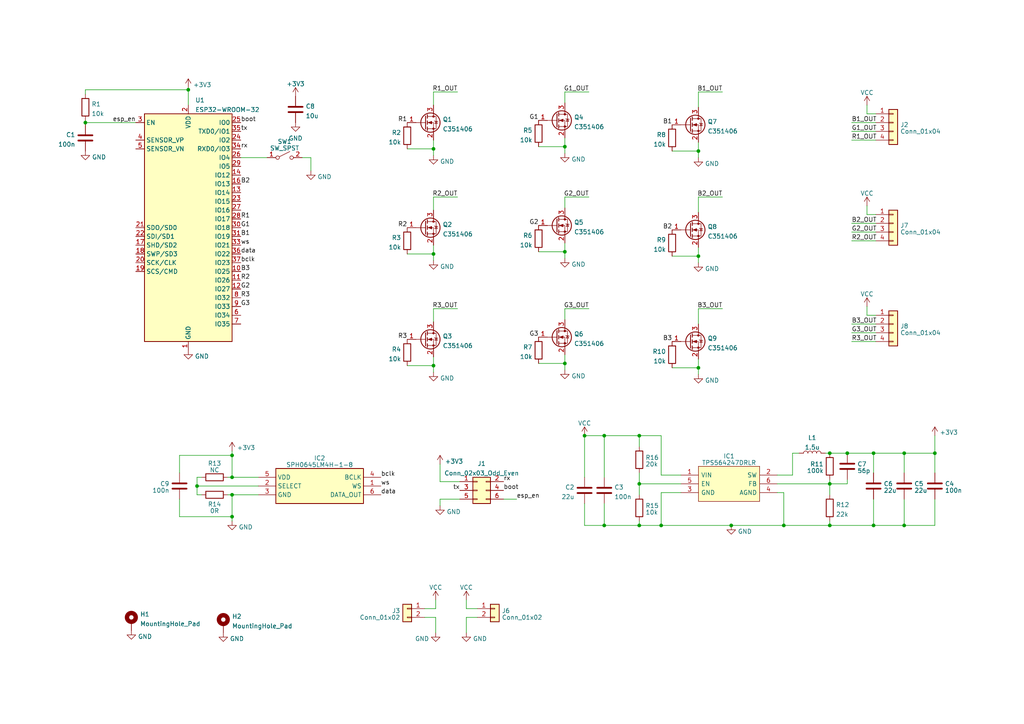
<source format=kicad_sch>
(kicad_sch (version 20230121) (generator eeschema)
  (paper "A4")
  (lib_symbols
    (symbol "Connector_Generic:Conn_01x02" (pin_names (offset 1.016) hide)
      (property "Reference" "J" (at 0 2.54 0))
      (property "Value" "Conn_01x02" (at 0 -5.08 0))
      (symbol "Conn_01x02_1_1"
        (rectangle (start -1.27 -2.413) (end 0 -2.667) (stroke (width 0.1524)))
        (rectangle (start -1.27 0.127) (end 0 -0.127) (stroke (width 0.1524)))
        (rectangle (start -1.27 1.27) (end 1.27 -3.81) (stroke (width 0.254)) (fill (type background)))
        (pin passive line (at -5.08 0 0) (length 3.81) (name "Pin_1") (number "1"))
        (pin passive line (at -5.08 -2.54 0) (length 3.81) (name "Pin_2") (number "2"))
      )
    )
    (symbol "Connector_Generic:Conn_01x04" (pin_names (offset 1.016) hide)
      (property "Reference" "J" (at 0 5.08 0))
      (property "Value" "Conn_01x04" (at 0 -7.62 0))
      (symbol "Conn_01x04_1_1"
        (rectangle (start -1.27 -4.953) (end 0 -5.207) (stroke (width 0.1524)))
        (rectangle (start -1.27 -2.413) (end 0 -2.667) (stroke (width 0.1524)))
        (rectangle (start -1.27 0.127) (end 0 -0.127) (stroke (width 0.1524)))
        (rectangle (start -1.27 2.667) (end 0 2.413) (stroke (width 0.1524)))
        (rectangle (start -1.27 3.81) (end 1.27 -6.35) (stroke (width 0.254)) (fill (type background)))
        (pin passive line (at -5.08 2.54 0) (length 3.81) (name "Pin_1") (number "1"))
        (pin passive line (at -5.08 0 0) (length 3.81) (name "Pin_2") (number "2"))
        (pin passive line (at -5.08 -2.54 0) (length 3.81) (name "Pin_3") (number "3"))
        (pin passive line (at -5.08 -5.08 0) (length 3.81) (name "Pin_4") (number "4"))
      )
    )
    (symbol "Connector_Generic:Conn_02x03_Odd_Even" (pin_names (offset 1.016) hide)
      (property "Reference" "J" (at 1.27 5.08 0))
      (property "Value" "Conn_02x03_Odd_Even" (at 1.27 -5.08 0))
      (symbol "Conn_02x03_Odd_Even_1_1"
        (rectangle (start -1.27 -2.413) (end 0 -2.667) (stroke (width 0.1524)))
        (rectangle (start -1.27 0.127) (end 0 -0.127) (stroke (width 0.1524)))
        (rectangle (start -1.27 2.667) (end 0 2.413) (stroke (width 0.1524)))
        (rectangle (start -1.27 3.81) (end 3.81 -3.81) (stroke (width 0.254)) (fill (type background)))
        (rectangle (start 3.81 -2.413) (end 2.54 -2.667) (stroke (width 0.1524)))
        (rectangle (start 3.81 0.127) (end 2.54 -0.127) (stroke (width 0.1524)))
        (rectangle (start 3.81 2.667) (end 2.54 2.413) (stroke (width 0.1524)))
        (pin passive line (at -5.08 2.54 0) (length 3.81) (name "Pin_1") (number "1"))
        (pin passive line (at 7.62 2.54 180) (length 3.81) (name "Pin_2") (number "2"))
        (pin passive line (at -5.08 0 0) (length 3.81) (name "Pin_3") (number "3"))
        (pin passive line (at 7.62 0 180) (length 3.81) (name "Pin_4") (number "4"))
        (pin passive line (at -5.08 -2.54 0) (length 3.81) (name "Pin_5") (number "5"))
        (pin passive line (at 7.62 -2.54 180) (length 3.81) (name "Pin_6") (number "6"))
      )
    )
    (symbol "Device:C" (pin_numbers hide) (pin_names (offset 0.254))
      (property "Reference" "C" (at 0.635 2.54 0))
      (property "Value" "C" (at 0.635 -2.54 0))
      (symbol "C_0_1"
        (polyline (pts (xy -2.032 -0.762) (xy 2.032 -0.762)) (stroke (width 0.508)))
        (polyline (pts (xy -2.032 0.762) (xy 2.032 0.762)) (stroke (width 0.508)))
      )
      (symbol "C_1_1"
        (pin passive line (at 0 3.81 270) (length 2.794) (name "~") (number "1"))
        (pin passive line (at 0 -3.81 90) (length 2.794) (name "~") (number "2"))
      )
    )
    (symbol "Device:L" (pin_numbers hide) (pin_names (offset 1.016) hide)
      (property "Reference" "L" (at -1.27 0 90))
      (property "Value" "L" (at 1.905 0 90))
      (symbol "L_0_1"
        (arc (start 0 -2.54) (mid 0.6323 -1.905) (end 0 -1.27))
        (arc (start 0 -1.27) (mid 0.6323 -0.635) (end 0 0))
        (arc (start 0 0) (mid 0.6323 0.635) (end 0 1.27))
        (arc (start 0 1.27) (mid 0.6323 1.905) (end 0 2.54))
      )
      (symbol "L_1_1"
        (pin passive line (at 0 3.81 270) (length 1.27) (name "1") (number "1"))
        (pin passive line (at 0 -3.81 90) (length 1.27) (name "2") (number "2"))
      )
    )
    (symbol "Device:Q_NMOS_GSD" (pin_names (offset 0) hide)
      (property "Reference" "Q" (at 5.08 1.27 0))
      (property "Value" "Q_NMOS_GSD" (at 5.08 -1.27 0))
      (symbol "Q_NMOS_GSD_0_1"
        (polyline (pts (xy 0.254 0) (xy -2.54 0)))
        (polyline (pts (xy 0.254 1.905) (xy 0.254 -1.905)) (stroke (width 0.254)))
        (polyline (pts (xy 0.762 -1.27) (xy 0.762 -2.286)) (stroke (width 0.254)))
        (polyline (pts (xy 0.762 0.508) (xy 0.762 -0.508)) (stroke (width 0.254)))
        (polyline (pts (xy 0.762 2.286) (xy 0.762 1.27)) (stroke (width 0.254)))
        (polyline (pts (xy 2.54 2.54) (xy 2.54 1.778)))
        (polyline (pts (xy 2.54 -2.54) (xy 2.54 0) (xy 0.762 0)))
        (polyline (pts (xy 0.762 -1.778) (xy 3.302 -1.778) (xy 3.302 1.778) (xy 0.762 1.778)))
        (polyline (pts (xy 1.016 0) (xy 2.032 0.381) (xy 2.032 -0.381) (xy 1.016 0)) (fill (type outline)))
        (polyline (pts (xy 2.794 0.508) (xy 2.921 0.381) (xy 3.683 0.381) (xy 3.81 0.254)))
        (polyline (pts (xy 3.302 0.381) (xy 2.921 -0.254) (xy 3.683 -0.254) (xy 3.302 0.381)))
        (circle (center 1.651 0) (radius 2.794) (stroke (width 0.254)))
        (circle (center 2.54 -1.778) (radius 0.254) (fill (type outline)))
        (circle (center 2.54 1.778) (radius 0.254) (fill (type outline)))
      )
      (symbol "Q_NMOS_GSD_1_1"
        (pin input line (at -5.08 0 0) (length 2.54) (name "G") (number "1"))
        (pin passive line (at 2.54 -5.08 90) (length 2.54) (name "S") (number "2"))
        (pin passive line (at 2.54 5.08 270) (length 2.54) (name "D") (number "3"))
      )
    )
    (symbol "Device:R" (pin_numbers hide) (pin_names (offset 0))
      (property "Reference" "R" (at 2.032 0 90))
      (property "Value" "R" (at 0 0 90))
      (symbol "R_0_1"
        (rectangle (start -1.016 -2.54) (end 1.016 2.54) (stroke (width 0.254)))
      )
      (symbol "R_1_1"
        (pin passive line (at 0 3.81 270) (length 1.27) (name "~") (number "1"))
        (pin passive line (at 0 -3.81 90) (length 1.27) (name "~") (number "2"))
      )
    )
    (symbol "Mechanical:MountingHole_Pad" (pin_numbers hide) (pin_names (offset 1.016) hide)
      (property "Reference" "H" (at 0 6.35 0))
      (property "Value" "MountingHole_Pad" (at 0 4.445 0))
      (symbol "MountingHole_Pad_0_1"
        (circle (center 0 1.27) (radius 1.27) (stroke (width 1.27)))
      )
      (symbol "MountingHole_Pad_1_1"
        (pin input line (at 0 -2.54 90) (length 2.54) (name "1") (number "1"))
      )
    )
    (symbol "RF_Module:ESP32-WROOM-32"
      (property "Reference" "U" (at -12.7 34.29 0))
      (property "Value" "ESP32-WROOM-32" (at 1.27 34.29 0))
      (symbol "ESP32-WROOM-32_0_1"
        (rectangle (start -12.7 33.02) (end 12.7 -33.02) (stroke (width 0.254)) (fill (type background)))
      )
      (symbol "ESP32-WROOM-32_1_1"
        (pin power_in line (at 0 -35.56 90) (length 2.54) (name "GND") (number "1"))
        (pin bidirectional line (at 15.24 -12.7 180) (length 2.54) (name "IO25") (number "10"))
        (pin bidirectional line (at 15.24 -15.24 180) (length 2.54) (name "IO26") (number "11"))
        (pin bidirectional line (at 15.24 -17.78 180) (length 2.54) (name "IO27") (number "12"))
        (pin bidirectional line (at 15.24 10.16 180) (length 2.54) (name "IO14") (number "13"))
        (pin bidirectional line (at 15.24 15.24 180) (length 2.54) (name "IO12") (number "14"))
        (pin passive line (at 0 -35.56 90) (length 2.54) hide (name "GND") (number "15"))
        (pin bidirectional line (at 15.24 12.7 180) (length 2.54) (name "IO13") (number "16"))
        (pin bidirectional line (at -15.24 -5.08 0) (length 2.54) (name "SHD/SD2") (number "17"))
        (pin bidirectional line (at -15.24 -7.62 0) (length 2.54) (name "SWP/SD3") (number "18"))
        (pin bidirectional line (at -15.24 -12.7 0) (length 2.54) (name "SCS/CMD") (number "19"))
        (pin power_in line (at 0 35.56 270) (length 2.54) (name "VDD") (number "2"))
        (pin bidirectional line (at -15.24 -10.16 0) (length 2.54) (name "SCK/CLK") (number "20"))
        (pin bidirectional line (at -15.24 0 0) (length 2.54) (name "SDO/SD0") (number "21"))
        (pin bidirectional line (at -15.24 -2.54 0) (length 2.54) (name "SDI/SD1") (number "22"))
        (pin bidirectional line (at 15.24 7.62 180) (length 2.54) (name "IO15") (number "23"))
        (pin bidirectional line (at 15.24 25.4 180) (length 2.54) (name "IO2") (number "24"))
        (pin bidirectional line (at 15.24 30.48 180) (length 2.54) (name "IO0") (number "25"))
        (pin bidirectional line (at 15.24 20.32 180) (length 2.54) (name "IO4") (number "26"))
        (pin bidirectional line (at 15.24 5.08 180) (length 2.54) (name "IO16") (number "27"))
        (pin bidirectional line (at 15.24 2.54 180) (length 2.54) (name "IO17") (number "28"))
        (pin bidirectional line (at 15.24 17.78 180) (length 2.54) (name "IO5") (number "29"))
        (pin input line (at -15.24 30.48 0) (length 2.54) (name "EN") (number "3"))
        (pin bidirectional line (at 15.24 0 180) (length 2.54) (name "IO18") (number "30"))
        (pin bidirectional line (at 15.24 -2.54 180) (length 2.54) (name "IO19") (number "31"))
        (pin no_connect line (at -12.7 -27.94 0) (length 2.54) hide (name "NC") (number "32"))
        (pin bidirectional line (at 15.24 -5.08 180) (length 2.54) (name "IO21") (number "33"))
        (pin bidirectional line (at 15.24 22.86 180) (length 2.54) (name "RXD0/IO3") (number "34"))
        (pin bidirectional line (at 15.24 27.94 180) (length 2.54) (name "TXD0/IO1") (number "35"))
        (pin bidirectional line (at 15.24 -7.62 180) (length 2.54) (name "IO22") (number "36"))
        (pin bidirectional line (at 15.24 -10.16 180) (length 2.54) (name "IO23") (number "37"))
        (pin passive line (at 0 -35.56 90) (length 2.54) hide (name "GND") (number "38"))
        (pin passive line (at 0 -35.56 90) (length 2.54) hide (name "GND") (number "39"))
        (pin input line (at -15.24 25.4 0) (length 2.54) (name "SENSOR_VP") (number "4"))
        (pin input line (at -15.24 22.86 0) (length 2.54) (name "SENSOR_VN") (number "5"))
        (pin input line (at 15.24 -25.4 180) (length 2.54) (name "IO34") (number "6"))
        (pin input line (at 15.24 -27.94 180) (length 2.54) (name "IO35") (number "7"))
        (pin bidirectional line (at 15.24 -20.32 180) (length 2.54) (name "IO32") (number "8"))
        (pin bidirectional line (at 15.24 -22.86 180) (length 2.54) (name "IO33") (number "9"))
      )
    )
    (symbol "SamacSys_Parts:SPH0645LM4H-1-8"
      (property "Reference" "IC" (at 31.75 7.62 0))
      (property "Value" "SPH0645LM4H-1-8" (at 31.75 5.08 0))
      (symbol "SPH0645LM4H-1-8_1_1"
        (rectangle (start 5.08 2.54) (end 30.48 -7.62) (stroke (width 0.254)) (fill (type background)))
        (pin passive line (at 35.56 -2.54 180) (length 5.08) (name "WS") (number "1"))
        (pin passive line (at 0 -2.54 0) (length 5.08) (name "SELECT") (number "2"))
        (pin passive line (at 0 -5.08 0) (length 5.08) (name "GND") (number "3"))
        (pin passive line (at 35.56 0 180) (length 5.08) (name "BCLK") (number "4"))
        (pin passive line (at 0 0 0) (length 5.08) (name "VDD") (number "5"))
        (pin passive line (at 35.56 -5.08 180) (length 5.08) (name "DATA_OUT") (number "6"))
      )
    )
    (symbol "SamacSys_Parts:TPS564247DRLR" (pin_names (offset 0.762))
      (property "Reference" "IC" (at 10.16 10.16 0))
      (property "Value" "TPS564247DRLR" (at 10.16 7.62 0))
      (symbol "TPS564247DRLR_0_0"
        (pin passive line (at -13.97 2.54 0) (length 5.08) (name "VIN") (number "1"))
        (pin passive line (at 13.97 2.54 180) (length 5.08) (name "SW") (number "2"))
        (pin passive line (at -13.97 -2.54 0) (length 5.08) (name "GND") (number "3"))
        (pin passive line (at 13.97 -2.54 180) (length 5.08) (name "AGND") (number "4"))
        (pin passive line (at -13.97 0 0) (length 5.08) (name "EN") (number "5"))
        (pin passive line (at 13.97 0 180) (length 5.08) (name "FB") (number "6"))
      )
      (symbol "TPS564247DRLR_0_1"
        (polyline (pts (xy -8.89 5.08) (xy 8.89 5.08) (xy 8.89 -5.08) (xy -8.89 -5.08) (xy -8.89 5.08)) (stroke (width 0.1524)) (fill (type background)))
      )
    )
    (symbol "Switch:SW_SPST" (pin_names (offset 0) hide)
      (property "Reference" "SW" (at 0 3.175 0))
      (property "Value" "SW_SPST" (at 0 -2.54 0))
      (symbol "SW_SPST_0_0"
        (circle (center -2.032 0) (radius 0.508))
        (polyline (pts (xy -1.524 0.254) (xy 1.524 1.778)))
        (circle (center 2.032 0) (radius 0.508))
      )
      (symbol "SW_SPST_1_1"
        (pin passive line (at -5.08 0 0) (length 2.54) (name "A") (number "1"))
        (pin passive line (at 5.08 0 180) (length 2.54) (name "B") (number "2"))
      )
    )
    (symbol "power:+3V3" (power) (pin_names (offset 0))
      (property "Value" "+3V3" (at 0 3.556 0))
      (symbol "+3V3_0_1"
        (polyline (pts (xy -0.762 1.27) (xy 0 2.54)))
        (polyline (pts (xy 0 0) (xy 0 2.54)))
        (polyline (pts (xy 0 2.54) (xy 0.762 1.27)))
      )
      (symbol "+3V3_1_1"
        (pin power_in line (at 0 0 90) (length 0) hide (name "+3V3") (number "1"))
      )
    )
    (symbol "power:GND" (power) (pin_names (offset 0))
      (property "Value" "GND" (at 0 -3.81 0))
      (symbol "GND_0_1"
        (polyline (pts (xy 0 0) (xy 0 -1.27) (xy 1.27 -1.27) (xy 0 -2.54) (xy -1.27 -1.27) (xy 0 -1.27)))
      )
      (symbol "GND_1_1"
        (pin power_in line (at 0 0 270) (length 0) hide (name "GND") (number "1"))
      )
    )
    (symbol "power:VCC" (power) (pin_names (offset 0))
      (property "Value" "VCC" (at 0 3.81 0))
      (symbol "VCC_0_1"
        (polyline (pts (xy -0.762 1.27) (xy 0 2.54)))
        (polyline (pts (xy 0 0) (xy 0 2.54)))
        (polyline (pts (xy 0 2.54) (xy 0.762 1.27)))
      )
      (symbol "VCC_1_1"
        (pin power_in line (at 0 0 90) (length 0) hide (name "VCC") (number "1"))
      )
    )
  )
  (junction (at 163.83 105.41))
  (junction (at 67.31 143.51))
  (junction (at 262.255 152.4))
  (junction (at 185.42 152.4))
  (junction (at 240.665 140.335))
  (junction (at 67.31 149.86))
  (junction (at 240.665 152.4))
  (junction (at 67.31 138.43))
  (junction (at 175.26 152.4))
  (junction (at 202.565 106.68))
  (junction (at 125.73 73.66))
  (junction (at 67.31 132.08))
  (junction (at 125.73 106.045))
  (junction (at 185.42 126.365))
  (junction (at 57.15 140.97))
  (junction (at 253.365 152.4))
  (junction (at 191.77 152.4))
  (junction (at 175.26 126.365))
  (junction (at 262.255 131.445))
  (junction (at 163.83 42.545))
  (junction (at 125.73 43.18))
  (junction (at 253.365 131.445))
  (junction (at 271.145 131.445))
  (junction (at 163.83 73.025))
  (junction (at 202.565 74.295))
  (junction (at 24.765 35.56))
  (junction (at 227.33 152.4))
  (junction (at 169.545 126.365))
  (junction (at 185.42 140.335))
  (junction (at 202.565 43.815))
  (junction (at 245.745 131.445))
  (junction (at 240.665 131.445))
  (junction (at 212.09 152.4))
  (junction (at 54.61 26.035))
  (wire (pts (xy 118.11 43.18) (xy 125.73 43.18)))
  (wire (pts (xy 247.015 35.56) (xy 254 35.56)))
  (wire (pts (xy 251.46 62.23) (xy 254 62.23)))
  (wire (pts (xy 251.46 33.02) (xy 254 33.02)))
  (wire (pts (xy 126.365 179.07) (xy 123.19 179.07)))
  (wire (pts (xy 125.73 107.95) (xy 125.73 106.045)))
  (wire (pts (xy 54.61 25.4) (xy 54.61 26.035)))
  (wire (pts (xy 156.21 105.41) (xy 163.83 105.41)))
  (wire (pts (xy 247.015 69.85) (xy 254 69.85)))
  (wire (pts (xy 202.565 89.535) (xy 202.565 93.98)))
  (wire (pts (xy 240.665 151.13) (xy 240.665 152.4)))
  (wire (pts (xy 156.21 42.545) (xy 163.83 42.545)))
  (wire (pts (xy 135.255 176.53) (xy 138.43 176.53)))
  (wire (pts (xy 197.485 142.875) (xy 191.77 142.875)))
  (wire (pts (xy 57.15 140.97) (xy 57.15 138.43)))
  (wire (pts (xy 194.945 74.295) (xy 202.565 74.295)))
  (wire (pts (xy 185.42 129.54) (xy 185.42 126.365)))
  (wire (pts (xy 251.46 30.48) (xy 251.46 33.02)))
  (wire (pts (xy 57.15 140.97) (xy 57.15 143.51)))
  (wire (pts (xy 227.33 142.875) (xy 225.425 142.875)))
  (wire (pts (xy 125.73 89.535) (xy 125.73 93.345)))
  (wire (pts (xy 262.255 131.445) (xy 271.145 131.445)))
  (wire (pts (xy 67.31 132.08) (xy 67.31 138.43)))
  (wire (pts (xy 185.42 137.16) (xy 185.42 140.335)))
  (wire (pts (xy 240.665 131.445) (xy 245.745 131.445)))
  (wire (pts (xy 125.73 106.045) (xy 125.73 103.505)))
  (wire (pts (xy 212.09 152.4) (xy 227.33 152.4)))
  (wire (pts (xy 146.05 144.78) (xy 149.86 144.78)))
  (wire (pts (xy 262.255 144.78) (xy 262.255 152.4)))
  (wire (pts (xy 127.635 144.78) (xy 127.635 146.685)))
  (wire (pts (xy 24.765 34.925) (xy 24.765 35.56)))
  (wire (pts (xy 67.31 138.43) (xy 74.93 138.43)))
  (wire (pts (xy 185.42 151.13) (xy 185.42 152.4)))
  (wire (pts (xy 202.565 43.815) (xy 202.565 41.275)))
  (wire (pts (xy 191.77 142.875) (xy 191.77 152.4)))
  (wire (pts (xy 271.145 152.4) (xy 262.255 152.4)))
  (wire (pts (xy 194.945 106.68) (xy 202.565 106.68)))
  (wire (pts (xy 175.26 126.365) (xy 185.42 126.365)))
  (wire (pts (xy 52.07 137.16) (xy 52.07 132.08)))
  (wire (pts (xy 126.365 183.515) (xy 126.365 179.07)))
  (wire (pts (xy 169.545 126.365) (xy 175.26 126.365)))
  (wire (pts (xy 262.255 131.445) (xy 262.255 137.16)))
  (wire (pts (xy 24.765 35.56) (xy 39.37 35.56)))
  (wire (pts (xy 229.87 131.445) (xy 229.87 137.795)))
  (wire (pts (xy 185.42 126.365) (xy 191.77 126.365)))
  (wire (pts (xy 194.945 43.815) (xy 202.565 43.815)))
  (wire (pts (xy 262.255 152.4) (xy 253.365 152.4)))
  (wire (pts (xy 90.17 49.53) (xy 90.17 45.72)))
  (wire (pts (xy 225.425 140.335) (xy 240.665 140.335)))
  (wire (pts (xy 170.815 26.67) (xy 163.83 26.67)))
  (wire (pts (xy 163.83 57.15) (xy 163.83 60.325)))
  (wire (pts (xy 253.365 137.16) (xy 253.365 131.445)))
  (wire (pts (xy 245.745 140.335) (xy 240.665 140.335)))
  (wire (pts (xy 245.745 139.065) (xy 245.745 140.335)))
  (wire (pts (xy 163.83 107.315) (xy 163.83 105.41)))
  (wire (pts (xy 271.145 144.78) (xy 271.145 152.4)))
  (wire (pts (xy 191.77 126.365) (xy 191.77 137.795)))
  (wire (pts (xy 118.11 73.66) (xy 125.73 73.66)))
  (wire (pts (xy 251.46 88.9) (xy 251.46 91.44)))
  (wire (pts (xy 247.015 40.64) (xy 254 40.64)))
  (wire (pts (xy 77.47 45.72) (xy 69.85 45.72)))
  (wire (pts (xy 125.73 43.18) (xy 125.73 40.64)))
  (wire (pts (xy 202.565 57.15) (xy 202.565 61.595)))
  (wire (pts (xy 271.145 131.445) (xy 271.145 137.16)))
  (wire (pts (xy 202.565 45.72) (xy 202.565 43.815)))
  (wire (pts (xy 169.545 152.4) (xy 175.26 152.4)))
  (wire (pts (xy 24.765 27.305) (xy 24.765 26.035)))
  (wire (pts (xy 170.815 57.15) (xy 163.83 57.15)))
  (wire (pts (xy 127.635 139.7) (xy 133.35 139.7)))
  (wire (pts (xy 209.55 57.15) (xy 202.565 57.15)))
  (wire (pts (xy 247.015 93.98) (xy 254 93.98)))
  (wire (pts (xy 118.11 106.045) (xy 125.73 106.045)))
  (wire (pts (xy 135.255 179.07) (xy 138.43 179.07)))
  (wire (pts (xy 24.765 35.56) (xy 24.765 36.195)))
  (wire (pts (xy 24.765 26.035) (xy 54.61 26.035)))
  (wire (pts (xy 163.83 26.67) (xy 163.83 29.845)))
  (wire (pts (xy 247.015 99.06) (xy 254 99.06)))
  (wire (pts (xy 163.83 89.535) (xy 163.83 92.71)))
  (wire (pts (xy 240.665 140.335) (xy 240.665 143.51)))
  (wire (pts (xy 125.73 26.67) (xy 125.73 30.48)))
  (wire (pts (xy 251.46 59.69) (xy 251.46 62.23)))
  (wire (pts (xy 127.635 134.62) (xy 127.635 139.7)))
  (wire (pts (xy 125.73 73.66) (xy 125.73 71.12)))
  (wire (pts (xy 57.15 138.43) (xy 58.42 138.43)))
  (wire (pts (xy 202.565 26.67) (xy 202.565 31.115)))
  (wire (pts (xy 247.015 96.52) (xy 254 96.52)))
  (wire (pts (xy 52.07 149.86) (xy 52.07 144.78)))
  (wire (pts (xy 67.31 149.86) (xy 67.31 151.13)))
  (wire (pts (xy 163.83 74.93) (xy 163.83 73.025)))
  (wire (pts (xy 67.31 130.81) (xy 67.31 132.08)))
  (wire (pts (xy 229.87 131.445) (xy 231.775 131.445)))
  (wire (pts (xy 169.545 126.365) (xy 169.545 138.43)))
  (wire (pts (xy 191.77 152.4) (xy 212.09 152.4)))
  (wire (pts (xy 185.42 152.4) (xy 191.77 152.4)))
  (wire (pts (xy 247.015 67.31) (xy 254 67.31)))
  (wire (pts (xy 227.33 152.4) (xy 240.665 152.4)))
  (wire (pts (xy 132.715 57.15) (xy 125.73 57.15)))
  (wire (pts (xy 54.61 26.035) (xy 54.61 30.48)))
  (wire (pts (xy 202.565 108.585) (xy 202.565 106.68)))
  (wire (pts (xy 229.87 137.795) (xy 225.425 137.795)))
  (wire (pts (xy 135.255 173.99) (xy 135.255 176.53)))
  (wire (pts (xy 156.21 73.025) (xy 163.83 73.025)))
  (wire (pts (xy 202.565 74.295) (xy 202.565 71.755)))
  (wire (pts (xy 57.15 143.51) (xy 58.42 143.51)))
  (wire (pts (xy 240.665 140.335) (xy 240.665 139.065)))
  (wire (pts (xy 175.26 126.365) (xy 175.26 138.43)))
  (wire (pts (xy 125.73 45.085) (xy 125.73 43.18)))
  (wire (pts (xy 202.565 106.68) (xy 202.565 104.14)))
  (wire (pts (xy 133.35 144.78) (xy 127.635 144.78)))
  (wire (pts (xy 247.015 38.1) (xy 254 38.1)))
  (wire (pts (xy 202.565 76.2) (xy 202.565 74.295)))
  (wire (pts (xy 253.365 131.445) (xy 262.255 131.445)))
  (wire (pts (xy 247.015 64.77) (xy 254 64.77)))
  (wire (pts (xy 175.26 152.4) (xy 185.42 152.4)))
  (wire (pts (xy 163.83 44.45) (xy 163.83 42.545)))
  (wire (pts (xy 253.365 144.78) (xy 253.365 152.4)))
  (wire (pts (xy 239.395 131.445) (xy 240.665 131.445)))
  (wire (pts (xy 126.365 173.99) (xy 126.365 176.53)))
  (wire (pts (xy 74.93 140.97) (xy 57.15 140.97)))
  (wire (pts (xy 175.26 146.05) (xy 175.26 152.4)))
  (wire (pts (xy 271.145 126.365) (xy 271.145 131.445)))
  (wire (pts (xy 245.745 131.445) (xy 253.365 131.445)))
  (wire (pts (xy 66.04 138.43) (xy 67.31 138.43)))
  (wire (pts (xy 90.17 45.72) (xy 87.63 45.72)))
  (wire (pts (xy 52.07 132.08) (xy 67.31 132.08)))
  (wire (pts (xy 209.55 89.535) (xy 202.565 89.535)))
  (wire (pts (xy 66.04 143.51) (xy 67.31 143.51)))
  (wire (pts (xy 227.33 142.875) (xy 227.33 152.4)))
  (wire (pts (xy 132.715 89.535) (xy 125.73 89.535)))
  (wire (pts (xy 253.365 152.4) (xy 240.665 152.4)))
  (wire (pts (xy 125.73 75.565) (xy 125.73 73.66)))
  (wire (pts (xy 163.83 73.025) (xy 163.83 70.485)))
  (wire (pts (xy 170.815 89.535) (xy 163.83 89.535)))
  (wire (pts (xy 191.77 137.795) (xy 197.485 137.795)))
  (wire (pts (xy 163.83 42.545) (xy 163.83 40.005)))
  (wire (pts (xy 251.46 91.44) (xy 254 91.44)))
  (wire (pts (xy 185.42 143.51) (xy 185.42 140.335)))
  (wire (pts (xy 209.55 26.67) (xy 202.565 26.67)))
  (wire (pts (xy 135.255 183.515) (xy 135.255 179.07)))
  (wire (pts (xy 169.545 146.05) (xy 169.545 152.4)))
  (wire (pts (xy 163.83 105.41) (xy 163.83 102.87)))
  (wire (pts (xy 67.31 143.51) (xy 67.31 149.86)))
  (wire (pts (xy 132.715 26.67) (xy 125.73 26.67)))
  (wire (pts (xy 185.42 140.335) (xy 197.485 140.335)))
  (wire (pts (xy 67.31 143.51) (xy 74.93 143.51)))
  (wire (pts (xy 67.31 149.86) (xy 52.07 149.86)))
  (wire (pts (xy 125.73 57.15) (xy 125.73 60.96)))
  (wire (pts (xy 126.365 176.53) (xy 123.19 176.53)))
  (label "R3_OUT" (at 132.715 89.535 180))
  (label "G3_OUT" (at 170.815 89.535 180))
  (label "B3" (at 194.945 99.06 180))
  (label "esp_en" (at 149.86 144.78 0))
  (label "G2" (at 156.21 65.405 180))
  (label "ws" (at 110.49 140.97 0))
  (label "R1" (at 118.11 35.56 180))
  (label "B3_OUT" (at 209.55 89.535 180))
  (label "B1" (at 194.945 36.195 180))
  (label "G3" (at 156.21 97.79 180))
  (label "G1" (at 156.21 34.925 180))
  (label "G1_OUT" (at 247.015 38.1 0))
  (label "B3_OUT" (at 247.015 93.98 0))
  (label "B1" (at 69.85 68.58 0))
  (label "B3" (at 69.85 78.74 0))
  (label "B1_OUT" (at 209.55 26.67 180))
  (label "B1_OUT" (at 247.015 35.56 0))
  (label "boot" (at 146.05 142.24 0))
  (label "B2" (at 194.945 66.675 180))
  (label "G2_OUT" (at 247.015 67.31 0))
  (label "B2" (at 69.85 53.34 0))
  (label "tx" (at 69.85 38.1 0))
  (label "esp_en" (at 39.37 35.56 180))
  (label "G2_OUT" (at 170.815 57.15 180))
  (label "ws" (at 69.85 71.12 0))
  (label "G3" (at 69.85 88.9 0))
  (label "R2_OUT" (at 132.715 57.15 180))
  (label "R2_OUT" (at 247.015 69.85 0))
  (label "B2_OUT" (at 209.55 57.15 180))
  (label "bclk" (at 110.49 138.43 0))
  (label "rx" (at 69.85 43.18 0))
  (label "R1_OUT" (at 132.715 26.67 180))
  (label "rx" (at 146.05 139.7 0))
  (label "G1" (at 69.85 66.04 0))
  (label "B2_OUT" (at 247.015 64.77 0))
  (label "R3" (at 118.11 98.425 180))
  (label "R3_OUT" (at 247.015 99.06 0))
  (label "data" (at 110.49 143.51 0))
  (label "R3" (at 69.85 86.36 0))
  (label "G3_OUT" (at 247.015 96.52 0))
  (label "R2" (at 69.85 81.28 0))
  (label "tx" (at 133.35 142.24 180))
  (label "data" (at 69.85 73.66 0))
  (label "R2" (at 118.11 66.04 180))
  (label "boot" (at 69.85 35.56 0))
  (label "G2" (at 69.85 83.82 0))
  (label "bclk" (at 69.85 76.2 0))
  (label "R1" (at 69.85 63.5 0))
  (label "G1_OUT" (at 170.815 26.67 180))
  (label "R1_OUT" (at 247.015 40.64 0))
  (symbol (lib_id "power:+3V3") (at 54.61 25.4 0) (unit 1)
    (property "Reference" "#PWR04" (effects hide))
    (property "Value" "+3V3" (at 56.007 24.609 0) (effects (justify left)))
  )
  (symbol (lib_id "RF_Module:ESP32-WROOM-32") (at 54.61 66.04 0) (unit 1)
    (property "Reference" "U1" (at 56.6294 29.0535 0) (effects (justify left)))
    (property "Value" "ESP32-WROOM-32" (at 56.6294 31.8286 0) (effects (justify left)))
    (property "Footprint" "RF_Module:ESP32-WROOM-32" (effects hide))
    (property "Datasheet" "https://www.espressif.com/sites/default/files/documentation/esp32-wroom-32_datasheet_en.pdf" (effects hide))
  )
  (symbol (lib_id "Device:R") (at 194.945 40.005 0) (mirror y) (unit 1)
    (property "Reference" "R8" (at 193.1671 39.0965 0) (effects (justify left)))
    (property "Value" "10k" (at 193.1671 41.8716 0) (effects (justify left)))
    (property "Footprint" "Resistor_SMD:R_0805_2012Metric" (effects hide))
  )
  (symbol (lib_id "power:VCC") (at 169.545 126.365 0) (unit 1)
    (property "Reference" "#PWR020" (effects hide))
    (property "Value" "VCC" (at 169.545 122.7605 0))
  )
  (symbol (lib_id "power:GND") (at 125.73 45.085 0) (unit 1)
    (property "Reference" "#PWR010" (effects hide))
    (property "Value" "GND" (at 127.635 46.834 0) (effects (justify left)))
  )
  (symbol (lib_id "Device:R") (at 62.23 143.51 90) (mirror x) (unit 1)
    (property "Reference" "R14" (at 62.23 146.2485 90))
    (property "Value" "0R" (at 62.23 148.1695 90))
    (property "Footprint" "Resistor_SMD:R_0805_2012Metric" (effects hide))
  )
  (symbol (lib_id "power:GND") (at 90.17 49.53 0) (unit 1)
    (property "Reference" "#PWR02" (effects hide))
    (property "Value" "GND" (at 92.075 51.279 0) (effects (justify left)))
  )
  (symbol (lib_id "Device:C") (at 253.365 140.97 0) (mirror y) (unit 1)
    (property "Reference" "C6" (at 256.286 140.3263 0) (effects (justify right)))
    (property "Value" "22u" (at 256.286 142.2473 0) (effects (justify right)))
    (property "Footprint" "Capacitor_SMD:C_0805_2012Metric" (effects hide))
  )
  (symbol (lib_id "Device:L") (at 235.585 131.445 270) (mirror x) (unit 1)
    (property "Reference" "L1" (at 235.585 126.9705 90))
    (property "Value" "1.5u" (at 235.585 129.7456 90))
    (property "Footprint" "Inductor_SMD:L_Wuerth_MAPI-4020" (effects hide))
  )
  (symbol (lib_id "power:GND") (at 125.73 75.565 0) (unit 1)
    (property "Reference" "#PWR011" (effects hide))
    (property "Value" "GND" (at 127.635 77.314 0) (effects (justify left)))
  )
  (symbol (lib_id "Device:Q_NMOS_GSD") (at 200.025 66.675 0) (unit 1)
    (property "Reference" "Q8" (at 205.232 65.7665 0) (effects (justify left)))
    (property "Value" "C351406" (at 205.232 68.5416 0) (effects (justify left)))
    (property "Footprint" "Package_TO_SOT_SMD:SOT-23" (effects hide))
  )
  (symbol (lib_id "power:VCC") (at 251.46 59.69 0) (unit 1)
    (property "Reference" "#PWR08" (effects hide))
    (property "Value" "VCC" (at 251.46 56.0855 0))
  )
  (symbol (lib_id "power:GND") (at 64.77 183.515 0) (unit 1)
    (property "Reference" "#PWR07" (effects hide))
    (property "Value" "GND" (at 66.675 185.264 0) (effects (justify left)))
  )
  (symbol (lib_id "Device:R") (at 118.11 39.37 0) (mirror y) (unit 1)
    (property "Reference" "R2" (at 116.3321 38.4615 0) (effects (justify left)))
    (property "Value" "10k" (at 116.3321 41.2366 0) (effects (justify left)))
    (property "Footprint" "Resistor_SMD:R_0805_2012Metric" (effects hide))
  )
  (symbol (lib_id "power:GND") (at 202.565 45.72 0) (unit 1)
    (property "Reference" "#PWR021" (effects hide))
    (property "Value" "GND" (at 204.47 47.469 0) (effects (justify left)))
  )
  (symbol (lib_id "power:GND") (at 126.365 183.515 0) (mirror y) (unit 1)
    (property "Reference" "#PWR026" (effects hide))
    (property "Value" "GND" (at 124.46 185.264 0) (effects (justify left)))
  )
  (symbol (lib_id "SamacSys_Parts:SPH0645LM4H-1-8") (at 74.93 138.43 0) (unit 1)
    (property "Reference" "IC2" (at 92.71 132.8801 0))
    (property "Value" "SPH0645LM4H-1-8" (at 92.71 134.8011 0))
    (property "Footprint" "SamacSys_Parts:SPH0645LM4H18" (effects hide))
    (property "Datasheet" "https://www.knowles.com/docs/default-source/default-document-library/sph0645lm4h-1-datasheet.pdf?Status=Master&sfvrsn=751076b1_2" (effects hide))
    (property "Height" "1.08" (effects hide))
    (property "Mouser Part Number" "721-SPH0645LM4H-1-8" (effects hide))
    (property "Mouser Price/Stock" "https://www.mouser.co.uk/ProductDetail/Knowles/SPH0645LM4H-1-8?qs=TuK3vfAjtkXP9L009Fh60A%3D%3D" (effects hide))
    (property "Manufacturer_Name" "Knowles" (effects hide))
    (property "Manufacturer_Part_Number" "SPH0645LM4H-1-8" (effects hide))
  )
  (symbol (lib_id "Device:C") (at 24.765 40.005 0) (mirror y) (unit 1)
    (property "Reference" "C1" (at 21.844 39.0965 0) (effects (justify left)))
    (property "Value" "100n" (at 21.844 41.8716 0) (effects (justify left)))
    (property "Footprint" "Capacitor_SMD:C_0805_2012Metric_Pad1.18x1.45mm_HandSolder" (effects hide))
  )
  (symbol (lib_id "Device:Q_NMOS_GSD") (at 200.025 99.06 0) (unit 1)
    (property "Reference" "Q9" (at 205.232 98.1515 0) (effects (justify left)))
    (property "Value" "C351406" (at 205.232 100.9266 0) (effects (justify left)))
    (property "Footprint" "Package_TO_SOT_SMD:SOT-23" (effects hide))
  )
  (symbol (lib_id "Device:Q_NMOS_GSD") (at 123.19 66.04 0) (unit 1)
    (property "Reference" "Q2" (at 128.397 65.1315 0) (effects (justify left)))
    (property "Value" "C351406" (at 128.397 67.9066 0) (effects (justify left)))
    (property "Footprint" "Package_TO_SOT_SMD:SOT-23" (effects hide))
  )
  (symbol (lib_id "Device:R") (at 185.42 133.35 180) (unit 1)
    (property "Reference" "R16" (at 187.198 132.7063 0) (effects (justify right)))
    (property "Value" "20k" (at 187.198 134.6273 0) (effects (justify right)))
    (property "Footprint" "Resistor_SMD:R_0402_1005Metric" (effects hide))
  )
  (symbol (lib_id "power:VCC") (at 251.46 30.48 0) (unit 1)
    (property "Reference" "#PWR025" (effects hide))
    (property "Value" "VCC" (at 251.46 26.8755 0))
  )
  (symbol (lib_id "power:VCC") (at 251.46 88.9 0) (unit 1)
    (property "Reference" "#PWR09" (effects hide))
    (property "Value" "VCC" (at 251.46 85.2955 0))
  )
  (symbol (lib_id "Device:R") (at 156.21 38.735 0) (mirror y) (unit 1)
    (property "Reference" "R5" (at 154.4321 37.8265 0) (effects (justify left)))
    (property "Value" "10k" (at 154.4321 40.6016 0) (effects (justify left)))
    (property "Footprint" "Resistor_SMD:R_0805_2012Metric" (effects hide))
  )
  (symbol (lib_id "power:+3V3") (at 85.725 27.94 0) (unit 1)
    (property "Reference" "#PWR0102" (effects hide))
    (property "Value" "+3V3" (at 85.725 24.3355 0))
  )
  (symbol (lib_id "Connector_Generic:Conn_02x03_Odd_Even") (at 138.43 142.24 0) (unit 1)
    (property "Reference" "J1" (at 139.7 134.4635 0))
    (property "Value" "Conn_02x03_Odd_Even" (at 139.7 137.2386 0))
    (property "Footprint" "Connector_PinHeader_2.54mm:PinHeader_2x03_P2.54mm_Vertical" (effects hide))
  )
  (symbol (lib_id "power:GND") (at 202.565 76.2 0) (unit 1)
    (property "Reference" "#PWR022" (effects hide))
    (property "Value" "GND" (at 204.47 77.949 0) (effects (justify left)))
  )
  (symbol (lib_id "Device:R") (at 240.665 147.32 180) (unit 1)
    (property "Reference" "R12" (at 242.443 146.4115 0) (effects (justify right)))
    (property "Value" "22k" (at 242.443 149.1866 0) (effects (justify right)))
    (property "Footprint" "Resistor_SMD:R_0603_1608Metric_Pad0.98x0.95mm_HandSolder" (effects hide))
  )
  (symbol (lib_id "power:GND") (at 54.61 101.6 0) (unit 1)
    (property "Reference" "#PWR05" (effects hide))
    (property "Value" "GND" (at 56.515 103.349 0) (effects (justify left)))
  )
  (symbol (lib_id "Device:Q_NMOS_GSD") (at 123.19 98.425 0) (unit 1)
    (property "Reference" "Q3" (at 128.397 97.5165 0) (effects (justify left)))
    (property "Value" "C351406" (at 128.397 100.2916 0) (effects (justify left)))
    (property "Footprint" "Package_TO_SOT_SMD:SOT-23" (effects hide))
  )
  (symbol (lib_id "Device:C") (at 262.255 140.97 0) (mirror y) (unit 1)
    (property "Reference" "C5" (at 265.176 140.3263 0) (effects (justify right)))
    (property "Value" "22u" (at 265.176 142.2473 0) (effects (justify right)))
    (property "Footprint" "Capacitor_SMD:C_0805_2012Metric" (effects hide))
  )
  (symbol (lib_id "Device:C") (at 169.545 142.24 0) (unit 1)
    (property "Reference" "C2" (at 166.6241 141.3315 0) (effects (justify right)))
    (property "Value" "22u" (at 166.6241 144.1066 0) (effects (justify right)))
    (property "Footprint" "Capacitor_SMD:C_0805_2012Metric" (effects hide))
  )
  (symbol (lib_id "Switch:SW_SPST") (at 82.55 45.72 0) (unit 1)
    (property "Reference" "SW1" (at 82.55 41.0591 0))
    (property "Value" "SW_SPST" (at 82.55 42.9801 0))
    (property "Footprint" "Button_Switch_THT:SW_PUSH_6mm_H5mm" (effects hide))
  )
  (symbol (lib_id "power:GND") (at 163.83 44.45 0) (unit 1)
    (property "Reference" "#PWR016" (effects hide))
    (property "Value" "GND" (at 165.735 46.199 0) (effects (justify left)))
  )
  (symbol (lib_id "Device:C") (at 52.07 140.97 0) (mirror x) (unit 1)
    (property "Reference" "C9" (at 49.1491 140.3263 0) (effects (justify right)))
    (property "Value" "100n" (at 49.1491 142.2473 0) (effects (justify right)))
    (property "Footprint" "Capacitor_SMD:C_0603_1608Metric_Pad1.08x0.95mm_HandSolder" (effects hide))
  )
  (symbol (lib_id "Device:C") (at 85.725 31.75 0) (unit 1)
    (property "Reference" "C8" (at 88.646 30.8415 0) (effects (justify left)))
    (property "Value" "10u" (at 88.646 33.6166 0) (effects (justify left)))
    (property "Footprint" "Capacitor_SMD:C_0805_2012Metric_Pad1.18x1.45mm_HandSolder" (effects hide))
  )
  (symbol (lib_id "Device:C") (at 245.745 135.255 0) (unit 1)
    (property "Reference" "C7" (at 248.666 134.6113 0) (effects (justify left)))
    (property "Value" "56p" (at 248.666 136.5323 0) (effects (justify left)))
    (property "Footprint" "Capacitor_SMD:C_0603_1608Metric_Pad1.08x0.95mm_HandSolder" (effects hide))
  )
  (symbol (lib_id "Device:R") (at 156.21 101.6 0) (mirror y) (unit 1)
    (property "Reference" "R7" (at 154.4321 100.6915 0) (effects (justify left)))
    (property "Value" "10k" (at 154.4321 103.4666 0) (effects (justify left)))
    (property "Footprint" "Resistor_SMD:R_0805_2012Metric" (effects hide))
  )
  (symbol (lib_id "Connector_Generic:Conn_01x02") (at 118.11 176.53 0) (mirror y) (unit 1)
    (property "Reference" "J3" (at 116.078 177.1563 0) (effects (justify left)))
    (property "Value" "Conn_01x02" (at 116.078 179.0773 0) (effects (justify left)))
    (property "Footprint" "TerminalBlock_Phoenix:TerminalBlock_Phoenix_MKDS-1,5-2_1x02_P5.00mm_Horizontal" (effects hide))
  )
  (symbol (lib_id "Device:R") (at 156.21 69.215 0) (mirror y) (unit 1)
    (property "Reference" "R6" (at 154.4321 68.3065 0) (effects (justify left)))
    (property "Value" "10k" (at 154.4321 71.0816 0) (effects (justify left)))
    (property "Footprint" "Resistor_SMD:R_0805_2012Metric" (effects hide))
  )
  (symbol (lib_id "Device:R") (at 194.945 70.485 0) (mirror y) (unit 1)
    (property "Reference" "R9" (at 193.1671 69.5765 0) (effects (justify left)))
    (property "Value" "10k" (at 193.1671 72.3516 0) (effects (justify left)))
    (property "Footprint" "Resistor_SMD:R_0805_2012Metric" (effects hide))
  )
  (symbol (lib_id "Device:R") (at 118.11 69.85 0) (mirror y) (unit 1)
    (property "Reference" "R3" (at 116.3321 68.9415 0) (effects (justify left)))
    (property "Value" "10k" (at 116.3321 71.7166 0) (effects (justify left)))
    (property "Footprint" "Resistor_SMD:R_0805_2012Metric" (effects hide))
  )
  (symbol (lib_id "Device:C") (at 175.26 142.24 0) (unit 1)
    (property "Reference" "C3" (at 178.181 141.3315 0) (effects (justify left)))
    (property "Value" "100n" (at 178.181 144.1066 0) (effects (justify left)))
    (property "Footprint" "Capacitor_SMD:C_0603_1608Metric_Pad1.08x0.95mm_HandSolder" (effects hide))
  )
  (symbol (lib_id "power:GND") (at 163.83 107.315 0) (unit 1)
    (property "Reference" "#PWR018" (effects hide))
    (property "Value" "GND" (at 165.735 109.064 0) (effects (justify left)))
  )
  (symbol (lib_id "Device:R") (at 62.23 138.43 90) (mirror x) (unit 1)
    (property "Reference" "R13" (at 62.23 134.4041 90))
    (property "Value" "NC" (at 62.23 136.3251 90))
    (property "Footprint" "Resistor_SMD:R_0805_2012Metric" (effects hide))
  )
  (symbol (lib_id "power:GND") (at 127.635 146.685 0) (unit 1)
    (property "Reference" "#PWR030" (effects hide))
    (property "Value" "GND" (at 129.54 148.434 0) (effects (justify left)))
  )
  (symbol (lib_id "power:GND") (at 85.725 35.56 0) (unit 1)
    (property "Reference" "#PWR0101" (effects hide))
    (property "Value" "GND" (at 85.725 40.1225 0))
  )
  (symbol (lib_id "Device:R") (at 240.665 135.255 180) (unit 1)
    (property "Reference" "R11" (at 238.887 134.6113 0) (effects (justify left)))
    (property "Value" "100k" (at 238.887 136.5323 0) (effects (justify left)))
    (property "Footprint" "Resistor_SMD:R_0603_1608Metric_Pad0.98x0.95mm_HandSolder" (effects hide))
  )
  (symbol (lib_id "Device:Q_NMOS_GSD") (at 123.19 35.56 0) (unit 1)
    (property "Reference" "Q1" (at 128.397 34.6515 0) (effects (justify left)))
    (property "Value" "C351406" (at 128.397 37.4266 0) (effects (justify left)))
    (property "Footprint" "Package_TO_SOT_SMD:SOT-23" (effects hide))
  )
  (symbol (lib_id "Mechanical:MountingHole_Pad") (at 38.1 180.34 0) (unit 1)
    (property "Reference" "H1" (at 40.64 178.1615 0) (effects (justify left)))
    (property "Value" "MountingHole_Pad" (at 40.64 180.9366 0) (effects (justify left)))
    (property "Footprint" "MountingHole:MountingHole_3.2mm_M3_DIN965_Pad" (effects hide))
  )
  (symbol (lib_id "Connector_Generic:Conn_01x04") (at 259.08 93.98 0) (unit 1)
    (property "Reference" "J8" (at 261.112 94.6063 0) (effects (justify left)))
    (property "Value" "Conn_01x04" (at 261.112 96.5273 0) (effects (justify left)))
    (property "Footprint" "TerminalBlock_Phoenix:TerminalBlock_Phoenix_MKDS-1,5-4_1x04_P5.00mm_Horizontal" (effects hide))
  )
  (symbol (lib_id "Device:Q_NMOS_GSD") (at 161.29 34.925 0) (unit 1)
    (property "Reference" "Q4" (at 166.497 34.0165 0) (effects (justify left)))
    (property "Value" "C351406" (at 166.497 36.7916 0) (effects (justify left)))
    (property "Footprint" "Package_TO_SOT_SMD:SOT-23" (effects hide))
  )
  (symbol (lib_id "SamacSys_Parts:TPS564247DRLR") (at 211.455 140.335 0) (unit 1)
    (property "Reference" "IC1" (at 211.455 132.2959 0))
    (property "Value" "TPS564247DRLR" (at 211.455 134.2169 0))
    (property "Footprint" "SamacSys_Parts:SOT50P160X60-6N" (effects hide))
    (property "Datasheet" "https://www.ti.com/lit/ds/symlink/tps564242.pdf" (effects hide))
    (property "Description" "Switching Voltage Regulators 3-V to 16-V input voltage, 4-A FCCM mode, synchronous buck converter in SOT-563 package" (effects hide))
    (property "Height" "0.6" (effects hide))
    (property "Mouser Part Number" "595-TPS564247DRLR" (effects hide))
    (property "Mouser Price/Stock" "https://www.mouser.co.uk/ProductDetail/Texas-Instruments/TPS564247DRLR?qs=tlsG%2FOw5FFiLH60bcMvlFQ%3D%3D" (effects hide))
    (property "Manufacturer_Name" "Texas Instruments" (effects hide))
    (property "Manufacturer_Part_Number" "TPS564247DRLR" (effects hide))
  )
  (symbol (lib_id "Device:Q_NMOS_GSD") (at 161.29 65.405 0) (unit 1)
    (property "Reference" "Q5" (at 166.497 64.4965 0) (effects (justify left)))
    (property "Value" "C351406" (at 166.497 67.2716 0) (effects (justify left)))
    (property "Footprint" "Package_TO_SOT_SMD:SOT-23" (effects hide))
  )
  (symbol (lib_id "power:+3V3") (at 271.145 126.365 0) (mirror y) (unit 1)
    (property "Reference" "#PWR024" (effects hide))
    (property "Value" "+3V3" (at 272.542 125.4118 0) (effects (justify right)))
  )
  (symbol (lib_id "Device:R") (at 185.42 147.32 180) (unit 1)
    (property "Reference" "R15" (at 187.198 146.6763 0) (effects (justify right)))
    (property "Value" "10k" (at 187.198 148.5973 0) (effects (justify right)))
    (property "Footprint" "Resistor_SMD:R_0402_1005Metric" (effects hide))
  )
  (symbol (lib_id "Connector_Generic:Conn_01x04") (at 259.08 64.77 0) (unit 1)
    (property "Reference" "J7" (at 261.112 65.3963 0) (effects (justify left)))
    (property "Value" "Conn_01x04" (at 261.112 67.3173 0) (effects (justify left)))
    (property "Footprint" "TerminalBlock_Phoenix:TerminalBlock_Phoenix_MKDS-1,5-4_1x04_P5.00mm_Horizontal" (effects hide))
  )
  (symbol (lib_id "power:VCC") (at 135.255 173.99 0) (unit 1)
    (property "Reference" "#PWR014" (effects hide))
    (property "Value" "VCC" (at 135.255 170.3855 0))
  )
  (symbol (lib_id "Connector_Generic:Conn_01x04") (at 259.08 35.56 0) (unit 1)
    (property "Reference" "J2" (at 261.112 36.1863 0) (effects (justify left)))
    (property "Value" "Conn_01x04" (at 261.112 38.1073 0) (effects (justify left)))
    (property "Footprint" "TerminalBlock_Phoenix:TerminalBlock_Phoenix_MKDS-1,5-4_1x04_P5.00mm_Horizontal" (effects hide))
  )
  (symbol (lib_id "power:GND") (at 202.565 108.585 0) (unit 1)
    (property "Reference" "#PWR023" (effects hide))
    (property "Value" "GND" (at 204.47 110.334 0) (effects (justify left)))
  )
  (symbol (lib_id "Device:Q_NMOS_GSD") (at 161.29 97.79 0) (unit 1)
    (property "Reference" "Q6" (at 166.497 96.8815 0) (effects (justify left)))
    (property "Value" "C351406" (at 166.497 99.6566 0) (effects (justify left)))
    (property "Footprint" "Package_TO_SOT_SMD:SOT-23" (effects hide))
  )
  (symbol (lib_id "power:GND") (at 38.1 182.88 0) (unit 1)
    (property "Reference" "#PWR03" (effects hide))
    (property "Value" "GND" (at 40.005 184.629 0) (effects (justify left)))
  )
  (symbol (lib_id "Device:C") (at 271.145 140.97 0) (mirror y) (unit 1)
    (property "Reference" "C4" (at 274.066 140.3263 0) (effects (justify right)))
    (property "Value" "100n" (at 274.066 142.2473 0) (effects (justify right)))
    (property "Footprint" "Capacitor_SMD:C_0603_1608Metric_Pad1.08x0.95mm_HandSolder" (effects hide))
  )
  (symbol (lib_id "Mechanical:MountingHole_Pad") (at 64.77 180.975 0) (unit 1)
    (property "Reference" "H2" (at 67.31 178.7965 0) (effects (justify left)))
    (property "Value" "MountingHole_Pad" (at 67.31 181.5716 0) (effects (justify left)))
    (property "Footprint" "MountingHole:MountingHole_3.2mm_M3_DIN965_Pad" (effects hide))
  )
  (symbol (lib_id "power:GND") (at 135.255 183.515 0) (unit 1)
    (property "Reference" "#PWR015" (effects hide))
    (property "Value" "GND" (at 137.16 185.264 0) (effects (justify left)))
  )
  (symbol (lib_id "Connector_Generic:Conn_01x02") (at 143.51 176.53 0) (unit 1)
    (property "Reference" "J6" (at 145.542 177.1563 0) (effects (justify left)))
    (property "Value" "Conn_01x02" (at 145.542 179.0773 0) (effects (justify left)))
    (property "Footprint" "TerminalBlock_Phoenix:TerminalBlock_Phoenix_MKDS-1,5-2_1x02_P5.00mm_Horizontal" (effects hide))
  )
  (symbol (lib_id "power:GND") (at 24.765 43.815 0) (mirror y) (unit 1)
    (property "Reference" "#PWR01" (effects hide))
    (property "Value" "GND" (at 26.67 45.564 0) (effects (justify right)))
  )
  (symbol (lib_id "Device:R") (at 118.11 102.235 0) (mirror y) (unit 1)
    (property "Reference" "R4" (at 116.3321 101.3265 0) (effects (justify left)))
    (property "Value" "10k" (at 116.3321 104.1016 0) (effects (justify left)))
    (property "Footprint" "Resistor_SMD:R_0805_2012Metric" (effects hide))
  )
  (symbol (lib_id "Device:R") (at 24.765 31.115 0) (mirror y) (unit 1)
    (property "Reference" "R1" (at 26.543 30.2065 0) (effects (justify right)))
    (property "Value" "10k" (at 26.543 32.9816 0) (effects (justify right)))
    (property "Footprint" "Resistor_SMD:R_0805_2012Metric" (effects hide))
  )
  (symbol (lib_id "Device:R") (at 194.945 102.87 0) (mirror y) (unit 1)
    (property "Reference" "R10" (at 193.1671 101.9615 0) (effects (justify left)))
    (property "Value" "10k" (at 193.1671 104.7366 0) (effects (justify left)))
    (property "Footprint" "Resistor_SMD:R_0805_2012Metric" (effects hide))
  )
  (symbol (lib_id "power:GND") (at 125.73 107.95 0) (unit 1)
    (property "Reference" "#PWR012" (effects hide))
    (property "Value" "GND" (at 127.635 109.699 0) (effects (justify left)))
  )
  (symbol (lib_id "Device:Q_NMOS_GSD") (at 200.025 36.195 0) (unit 1)
    (property "Reference" "Q7" (at 205.232 35.2865 0) (effects (justify left)))
    (property "Value" "C351406" (at 205.232 38.0616 0) (effects (justify left)))
    (property "Footprint" "Package_TO_SOT_SMD:SOT-23" (effects hide))
  )
  (symbol (lib_id "power:+3V3") (at 67.31 130.81 0) (mirror y) (unit 1)
    (property "Reference" "#PWR013" (effects hide))
    (property "Value" "+3V3" (at 68.707 129.8568 0) (effects (justify right)))
  )
  (symbol (lib_id "power:+3V3") (at 127.635 134.62 0) (unit 1)
    (property "Reference" "#PWR029" (effects hide))
    (property "Value" "+3V3" (at 129.032 133.829 0) (effects (justify left)))
  )
  (symbol (lib_id "power:GND") (at 67.31 151.13 0) (unit 1)
    (property "Reference" "#PWR019" (effects hide))
    (property "Value" "GND" (at 69.215 152.879 0) (effects (justify left)))
  )
  (symbol (lib_id "power:GND") (at 163.83 74.93 0) (unit 1)
    (property "Reference" "#PWR017" (effects hide))
    (property "Value" "GND" (at 165.735 76.679 0) (effects (justify left)))
  )
  (symbol (lib_id "power:VCC") (at 126.365 173.99 0) (mirror y) (unit 1)
    (property "Reference" "#PWR06" (effects hide))
    (property "Value" "VCC" (at 126.365 170.3855 0))
  )
  (symbol (lib_id "power:GND") (at 212.09 152.4 0) (unit 1)
    (property "Reference" "#PWR028" (effects hide))
    (property "Value" "GND" (at 213.995 154.149 0) (effects (justify left)))
  )
)
</source>
